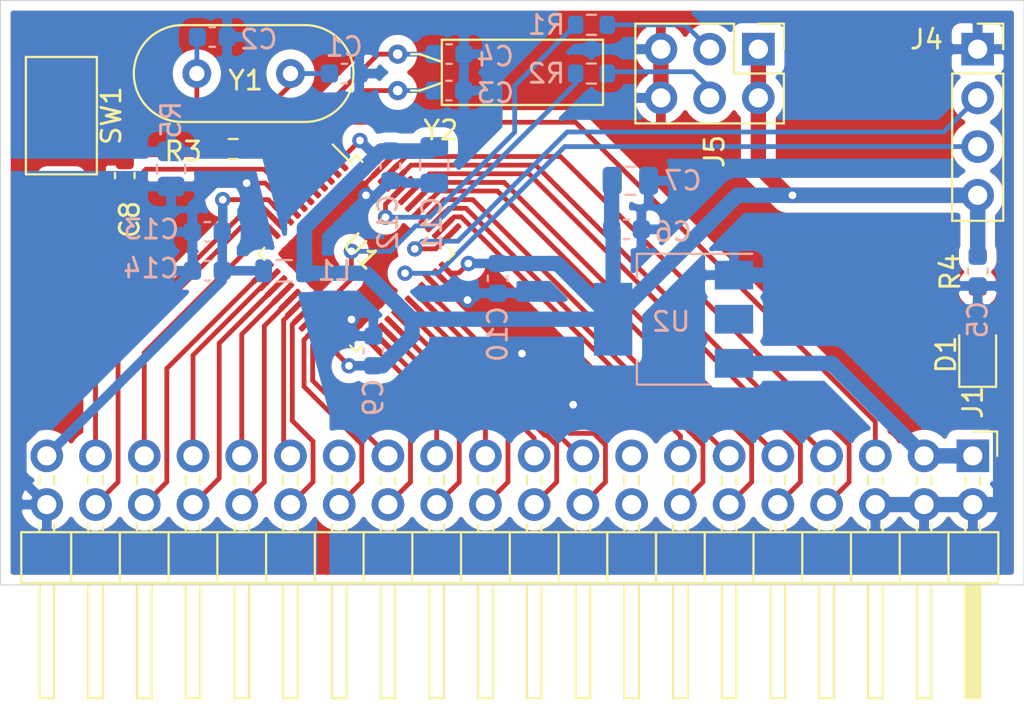
<source format=kicad_pcb>
(kicad_pcb (version 20171130) (host pcbnew 5.1.10)
  (layers (0 F.Cu signal) (31 B.Cu signal) (34 B.Paste user) (35 F.Paste user) (36 B.SilkS user) (37 F.SilkS user) (38 B.Mask user) (39 F.Mask user) (44 Edge.Cuts user))
  (net 0 "")
  (net 1 /RCC_OSC_IN)
  (net 2 GND)
  (net 3 "Net-(C2-Pad2)")
  (net 4 /RCC_OSC32_IN)
  (net 5 /RCC_OSC32_OUT)
  (net 6 +3V3)
  (net 7 RESET)
  (net 8 +3.3VA)
  (net 9 "Net-(D1-Pad2)")
  (net 10 /SYS_JTMS-SWDIO)
  (net 11 /SYS_JTCK-SWCL)
  (net 12 "Net-(J5-Pad4)")
  (net 13 "Net-(J5-Pad3)")
  (net 14 /BOOT0)
  (net 15 /BOOT1)
  (net 16 /RCC_OSC_OUT)
  (net 17 GNDA)
  (net 18 /PB9)
  (net 19 /PB8)
  (net 20 /PB7)
  (net 21 /PB6)
  (net 22 /PB5)
  (net 23 /PB4)
  (net 24 /PB3)
  (net 25 /PA15)
  (net 26 /PA12)
  (net 27 /PA11)
  (net 28 /PA10)
  (net 29 /PA9)
  (net 30 /PA8)
  (net 31 /PB15)
  (net 32 /PB14)
  (net 33 /PB13)
  (net 34 /PB12)
  (net 35 /PB11)
  (net 36 /PB10)
  (net 37 /PB1)
  (net 38 /PB0)
  (net 39 /PA7)
  (net 40 /PA6)
  (net 41 /PA5)
  (net 42 /PA4)
  (net 43 /PA3)
  (net 44 /PA2)
  (net 45 /PA1)
  (net 46 /PA0)
  (net 47 /PC13)
  (net 48 VCC)
  (net 49 /PB2)
  (net 50 /PF7)
  (net 51 /PF6)
  (module Resistor_SMD:R_0603_1608Metric (layer F.Cu) (at 115.634 113.157)
    (fp_text reference R3 (at -2.604 0.127) (layer F.SilkS))
    (fp_text value 390 hide)
    (pad 2 smd roundrect (at 0.825 0) (size 0.8 0.95) (layers F.Cu F.Paste F.Mask) (net 16 /RCC_OSC_OUT))
    (pad 1 smd roundrect (at -0.825 0) (size 0.8 0.95) (layers F.Cu F.Paste F.Mask) (net 3 "Net-(C2-Pad2)"))
  )
  (module Resistor_SMD:R_0805_2012Metric (layer B.Cu) (at 112.395 114.1965 270)
    (fp_text reference R5 (at -2.5635 0 90) (layer B.SilkS) (effects (justify mirror)))
    (fp_text value 0R hide)
    (pad 2 smd roundrect (at 0.9125 0 270) (size 1.025 1.4) (layers B.Cu B.Paste B.Mask) (roundrect_rratio 0.243902) (net 17 GNDA))
    (pad 1 smd roundrect (at -0.9125 0 270) (size 1.025 1.4) (layers B.Cu B.Paste B.Mask) (roundrect_rratio 0.243902) (net 2 GND))
  )
  (module Crystal:Crystal_C38-LF_D3.0mm_L8.0mm_Horizontal (layer F.Cu) (at 124.206 110.109 90)
    (fp_text reference Y2 (at -2.07 2.25) (layer F.SilkS))
    (fp_text value 32.768 hide)
    (pad 2 thru_hole circle (at 1.9 0 90) (size 1 1) (drill 0.5) (layers *.Cu *.Mask) (net 5 /RCC_OSC32_OUT))
    (pad 1 thru_hole circle (at 0 0 90) (size 1 1) (drill 0.5) (layers *.Cu *.Mask) (net 4 /RCC_OSC32_IN))
  )
  (module Crystal:Crystal_HC49-4H_Vertical (layer F.Cu) (at 118.618 109.22 180)
    (fp_text reference Y1 (at 2.334867 -0.35921) (layer F.SilkS))
    (fp_text value 8M hide)
    (pad 2 thru_hole circle (at 4.88 0 180) (size 1.5 1.5) (drill 0.8) (layers *.Cu *.Mask) (net 3 "Net-(C2-Pad2)"))
    (pad 1 thru_hole circle (at 0 0 180) (size 1.5 1.5) (drill 0.8) (layers *.Cu *.Mask) (net 1 /RCC_OSC_IN))
  )
  (module Package_TO_SOT_SMD:SOT-223-3_TabPin2 (layer B.Cu) (at 138.582 122.033 180)
    (fp_text reference U2 (at 0.127 -0.127) (layer B.SilkS) (effects (justify mirror)))
    (fp_text value AMS1117-3.3 hide)
    (pad 1 smd rect (at -3.15 2.3 180) (size 2 1.5) (layers B.Cu B.Paste B.Mask) (net 2 GND))
    (pad 3 smd rect (at -3.15 -2.3 180) (size 2 1.5) (layers B.Cu B.Paste B.Mask) (net 48 VCC))
    (pad 2 smd rect (at -3.15 0 180) (size 2 1.5) (layers B.Cu B.Paste B.Mask) (net 6 +3V3))
    (pad 2 smd rect (at 3.15 0 180) (size 2 3.8) (layers B.Cu B.Paste B.Mask) (net 6 +3V3))
  )
  (module Package_QFP:LQFP-48_7x7mm_P0.5mm (layer F.Cu) (at 122.047 118.618 315)
    (fp_text reference U1 (at 0.089803 -0.269408 135) (layer F.SilkS))
    (fp_text value STM32F103C6Tx hide)
    (pad 48 smd roundrect (at -2.75 -4.1625 315) (size 0.3 1.475) (layers F.Cu F.Paste F.Mask) (net 6 +3V3))
    (pad 47 smd roundrect (at -2.25 -4.1625 315) (size 0.3 1.475) (layers F.Cu F.Paste F.Mask) (net 2 GND))
    (pad 46 smd roundrect (at -1.75 -4.1625 315) (size 0.3 1.475) (layers F.Cu F.Paste F.Mask) (net 18 /PB9))
    (pad 45 smd roundrect (at -1.25 -4.1625 315) (size 0.3 1.475) (layers F.Cu F.Paste F.Mask) (net 19 /PB8))
    (pad 44 smd roundrect (at -0.75 -4.1625 315) (size 0.3 1.475) (layers F.Cu F.Paste F.Mask) (net 14 /BOOT0))
    (pad 43 smd roundrect (at -0.25 -4.1625 315) (size 0.3 1.475) (layers F.Cu F.Paste F.Mask) (net 20 /PB7))
    (pad 42 smd roundrect (at 0.25 -4.1625 315) (size 0.3 1.475) (layers F.Cu F.Paste F.Mask) (net 21 /PB6))
    (pad 41 smd roundrect (at 0.75 -4.1625 315) (size 0.3 1.475) (layers F.Cu F.Paste F.Mask) (net 22 /PB5))
    (pad 40 smd roundrect (at 1.25 -4.1625 315) (size 0.3 1.475) (layers F.Cu F.Paste F.Mask) (net 23 /PB4))
    (pad 39 smd roundrect (at 1.75 -4.1625 315) (size 0.3 1.475) (layers F.Cu F.Paste F.Mask) (net 24 /PB3))
    (pad 38 smd roundrect (at 2.25 -4.1625 315) (size 0.3 1.475) (layers F.Cu F.Paste F.Mask) (net 25 /PA15))
    (pad 37 smd roundrect (at 2.75 -4.1625 315) (size 0.3 1.475) (layers F.Cu F.Paste F.Mask) (net 11 /SYS_JTCK-SWCL))
    (pad 36 smd roundrect (at 4.1625 -2.75 315) (size 1.475 0.3) (layers F.Cu F.Paste F.Mask) (net 6 +3V3))
    (pad 35 smd roundrect (at 4.1625 -2.25 315) (size 1.475 0.3) (layers F.Cu F.Paste F.Mask) (net 2 GND))
    (pad 34 smd roundrect (at 4.1625 -1.75 315) (size 1.475 0.3) (layers F.Cu F.Paste F.Mask) (net 10 /SYS_JTMS-SWDIO))
    (pad 33 smd roundrect (at 4.1625 -1.25 315) (size 1.475 0.3) (layers F.Cu F.Paste F.Mask) (net 26 /PA12))
    (pad 32 smd roundrect (at 4.1625 -0.75 315) (size 1.475 0.3) (layers F.Cu F.Paste F.Mask) (net 27 /PA11))
    (pad 31 smd roundrect (at 4.1625 -0.25 315) (size 1.475 0.3) (layers F.Cu F.Paste F.Mask) (net 28 /PA10))
    (pad 30 smd roundrect (at 4.1625 0.25 315) (size 1.475 0.3) (layers F.Cu F.Paste F.Mask) (net 29 /PA9))
    (pad 29 smd roundrect (at 4.1625 0.75 315) (size 1.475 0.3) (layers F.Cu F.Paste F.Mask) (net 30 /PA8))
    (pad 28 smd roundrect (at 4.1625 1.25 315) (size 1.475 0.3) (layers F.Cu F.Paste F.Mask) (net 31 /PB15))
    (pad 27 smd roundrect (at 4.1625 1.75 315) (size 1.475 0.3) (layers F.Cu F.Paste F.Mask) (net 32 /PB14))
    (pad 26 smd roundrect (at 4.1625 2.25 315) (size 1.475 0.3) (layers F.Cu F.Paste F.Mask) (net 33 /PB13))
    (pad 25 smd roundrect (at 4.1625 2.75 315) (size 1.475 0.3) (layers F.Cu F.Paste F.Mask) (net 34 /PB12))
    (pad 24 smd roundrect (at 2.75 4.1625 315) (size 0.3 1.475) (layers F.Cu F.Paste F.Mask) (net 6 +3V3))
    (pad 23 smd roundrect (at 2.25 4.1625 315) (size 0.3 1.475) (layers F.Cu F.Paste F.Mask) (net 2 GND))
    (pad 22 smd roundrect (at 1.75 4.1625 315) (size 0.3 1.475) (layers F.Cu F.Paste F.Mask) (net 35 /PB11))
    (pad 21 smd roundrect (at 1.25 4.1625 315) (size 0.3 1.475) (layers F.Cu F.Paste F.Mask) (net 36 /PB10))
    (pad 20 smd roundrect (at 0.75 4.1625 315) (size 0.3 1.475) (layers F.Cu F.Paste F.Mask) (net 15 /BOOT1))
    (pad 19 smd roundrect (at 0.25 4.1625 315) (size 0.3 1.475) (layers F.Cu F.Paste F.Mask) (net 37 /PB1))
    (pad 18 smd roundrect (at -0.25 4.1625 315) (size 0.3 1.475) (layers F.Cu F.Paste F.Mask) (net 38 /PB0))
    (pad 17 smd roundrect (at -0.75 4.1625 315) (size 0.3 1.475) (layers F.Cu F.Paste F.Mask) (net 39 /PA7))
    (pad 16 smd roundrect (at -1.25 4.1625 315) (size 0.3 1.475) (layers F.Cu F.Paste F.Mask) (net 40 /PA6))
    (pad 15 smd roundrect (at -1.75 4.1625 315) (size 0.3 1.475) (layers F.Cu F.Paste F.Mask) (net 41 /PA5))
    (pad 14 smd roundrect (at -2.25 4.1625 315) (size 0.3 1.475) (layers F.Cu F.Paste F.Mask) (net 42 /PA4))
    (pad 13 smd roundrect (at -2.75 4.1625 315) (size 0.3 1.475) (layers F.Cu F.Paste F.Mask) (net 43 /PA3))
    (pad 12 smd roundrect (at -4.1625 2.75 315) (size 1.475 0.3) (layers F.Cu F.Paste F.Mask) (net 44 /PA2))
    (pad 11 smd roundrect (at -4.1625 2.25 315) (size 1.475 0.3) (layers F.Cu F.Paste F.Mask) (net 45 /PA1))
    (pad 10 smd roundrect (at -4.1625 1.75 315) (size 1.475 0.3) (layers F.Cu F.Paste F.Mask) (net 46 /PA0))
    (pad 9 smd roundrect (at -4.1625 1.25 315) (size 1.475 0.3) (layers F.Cu F.Paste F.Mask) (net 8 +3.3VA))
    (pad 8 smd roundrect (at -4.1625 0.75 315) (size 1.475 0.3) (layers F.Cu F.Paste F.Mask) (net 17 GNDA))
    (pad 7 smd roundrect (at -4.1625 0.25 315) (size 1.475 0.3) (layers F.Cu F.Paste F.Mask) (net 7 RESET))
    (pad 6 smd roundrect (at -4.1625 -0.25 315) (size 1.475 0.3) (layers F.Cu F.Paste F.Mask) (net 16 /RCC_OSC_OUT))
    (pad 5 smd roundrect (at -4.1625 -0.75 315) (size 1.475 0.3) (layers F.Cu F.Paste F.Mask) (net 1 /RCC_OSC_IN))
    (pad 4 smd roundrect (at -4.1625 -1.25 315) (size 1.475 0.3) (layers F.Cu F.Paste F.Mask) (net 5 /RCC_OSC32_OUT))
    (pad 3 smd roundrect (at -4.1625 -1.75 315) (size 1.475 0.3) (layers F.Cu F.Paste F.Mask) (net 4 /RCC_OSC32_IN))
    (pad 2 smd roundrect (at -4.1625 -2.25 315) (size 1.475 0.3) (layers F.Cu F.Paste F.Mask) (net 47 /PC13))
    (pad 1 smd roundrect (at -4.1625 -2.75 315) (size 1.475 0.3) (layers F.Cu F.Paste F.Mask) (net 6 +3V3))
  )
  (module Button_Switch_SMD:SW_SPST_CK_RS282G05A3 (layer F.Cu) (at 106.68 111.416 270)
    (fp_text reference SW1 (at 0 -2.6 90) (layer F.SilkS))
    (fp_text value SW_Push hide)
    (pad 2 smd rect (at 3.9 0 270) (size 1.5 1.5) (layers F.Cu F.Paste F.Mask) (net 7 RESET))
    (pad 1 smd rect (at -3.9 0 270) (size 1.5 1.5) (layers F.Cu F.Paste F.Mask) (net 2 GND))
  )
  (module Resistor_SMD:R_0603_1608Metric (layer F.Cu) (at 154.432 119.571 90)
    (fp_text reference R4 (at 0 -1.43 90) (layer F.SilkS))
    (fp_text value 510R hide)
    (pad 2 smd roundrect (at 0.825 0 90) (size 0.8 0.95) (layers F.Cu F.Paste F.Mask) (net 6 +3V3))
    (pad 1 smd roundrect (at -0.825 0 90) (size 0.8 0.95) (layers F.Cu F.Paste F.Mask) (net 9 "Net-(D1-Pad2)"))
  )
  (module Resistor_SMD:R_0603_1608Metric (layer B.Cu) (at 134.303 109.22)
    (fp_text reference R2 (at -2.349 0 180) (layer B.SilkS) (effects (justify mirror)))
    (fp_text value 10K hide)
    (pad 2 smd roundrect (at 0.825 0) (size 0.8 0.95) (layers B.Cu B.Paste B.Mask) (net 12 "Net-(J5-Pad4)"))
    (pad 1 smd roundrect (at -0.825 0) (size 0.8 0.95) (layers B.Cu B.Paste B.Mask) (net 15 /BOOT1))
  )
  (module Resistor_SMD:R_0603_1608Metric (layer B.Cu) (at 134.303 106.68 180)
    (fp_text reference R1 (at 2.349 0) (layer B.SilkS) (effects (justify mirror)))
    (fp_text value 10K hide)
    (pad 2 smd roundrect (at 0.825 0 180) (size 0.8 0.95) (layers B.Cu B.Paste B.Mask) (net 14 /BOOT0))
    (pad 1 smd roundrect (at -0.825 0 180) (size 0.8 0.95) (layers B.Cu B.Paste B.Mask) (net 13 "Net-(J5-Pad3)"))
  )
  (module Inductor_SMD:L_0805_2012Metric (layer B.Cu) (at 118.2835 119.507 180)
    (fp_text reference L1 (at -2.6205 0) (layer B.SilkS) (effects (justify mirror)))
    (fp_text value 10uH hide)
    (pad 2 smd roundrect (at 1.0625 0 180) (size 0.875 1.2) (layers B.Cu B.Paste B.Mask) (net 8 +3.3VA))
    (pad 1 smd roundrect (at -1.0625 0 180) (size 0.875 1.2) (layers B.Cu B.Paste B.Mask) (net 6 +3V3))
  )
  (module Connector_PinHeader_2.54mm:PinHeader_2x03_P2.54mm_Vertical (layer F.Cu) (at 143.002 107.95 270)
    (fp_text reference J5 (at 5.334 2.286 90) (layer F.SilkS))
    (fp_text value Conn_02x03_Odd_Even hide)
    (pad 6 thru_hole oval (at 2.54 5.08 270) (size 1.7 1.7) (drill 1) (layers *.Cu *.Mask) (net 2 GND))
    (pad 5 thru_hole oval (at 0 5.08 270) (size 1.7 1.7) (drill 1) (layers *.Cu *.Mask) (net 2 GND))
    (pad 4 thru_hole oval (at 2.54 2.54 270) (size 1.7 1.7) (drill 1) (layers *.Cu *.Mask) (net 12 "Net-(J5-Pad4)"))
    (pad 3 thru_hole oval (at 0 2.54 270) (size 1.7 1.7) (drill 1) (layers *.Cu *.Mask) (net 13 "Net-(J5-Pad3)"))
    (pad 2 thru_hole oval (at 2.54 0 270) (size 1.7 1.7) (drill 1) (layers *.Cu *.Mask) (net 6 +3V3))
    (pad 1 thru_hole rect (at 0 0 270) (size 1.7 1.7) (drill 1) (layers *.Cu *.Mask) (net 6 +3V3))
  )
  (module Connector_PinSocket_2.54mm:PinSocket_1x04_P2.54mm_Vertical (layer F.Cu) (at 154.432 107.95)
    (fp_text reference J4 (at -2.667 -0.508) (layer F.SilkS))
    (fp_text value Conn_01x04 hide)
    (pad 4 thru_hole oval (at 0 7.62) (size 1.7 1.7) (drill 1) (layers *.Cu *.Mask) (net 6 +3V3))
    (pad 3 thru_hole oval (at 0 5.08) (size 1.7 1.7) (drill 1) (layers *.Cu *.Mask) (net 10 /SYS_JTMS-SWDIO))
    (pad 2 thru_hole oval (at 0 2.54) (size 1.7 1.7) (drill 1) (layers *.Cu *.Mask) (net 11 /SYS_JTCK-SWCL))
    (pad 1 thru_hole rect (at 0 0) (size 1.7 1.7) (drill 1) (layers *.Cu *.Mask) (net 2 GND))
  )
  (module Connector_PinHeader_2.54mm:PinHeader_2x20_P2.54mm_Horizontal (layer F.Cu) (at 154.178 129.159 270)
    (fp_text reference J1 (at -2.794 0 90) (layer F.SilkS))
    (fp_text value Conn_02x20_Odd_Even hide)
    (pad 40 thru_hole oval (at 2.54 48.26 270) (size 1.7 1.7) (drill 1) (layers *.Cu *.Mask) (net 17 GNDA))
    (pad 39 thru_hole oval (at 0 48.26 270) (size 1.7 1.7) (drill 1) (layers *.Cu *.Mask) (net 8 +3.3VA))
    (pad 38 thru_hole oval (at 2.54 45.72 270) (size 1.7 1.7) (drill 1) (layers *.Cu *.Mask) (net 45 /PA1))
    (pad 37 thru_hole oval (at 0 45.72 270) (size 1.7 1.7) (drill 1) (layers *.Cu *.Mask) (net 46 /PA0))
    (pad 36 thru_hole oval (at 2.54 43.18 270) (size 1.7 1.7) (drill 1) (layers *.Cu *.Mask) (net 43 /PA3))
    (pad 35 thru_hole oval (at 0 43.18 270) (size 1.7 1.7) (drill 1) (layers *.Cu *.Mask) (net 44 /PA2))
    (pad 34 thru_hole oval (at 2.54 40.64 270) (size 1.7 1.7) (drill 1) (layers *.Cu *.Mask) (net 41 /PA5))
    (pad 33 thru_hole oval (at 0 40.64 270) (size 1.7 1.7) (drill 1) (layers *.Cu *.Mask) (net 42 /PA4))
    (pad 32 thru_hole oval (at 2.54 38.1 270) (size 1.7 1.7) (drill 1) (layers *.Cu *.Mask) (net 39 /PA7))
    (pad 31 thru_hole oval (at 0 38.1 270) (size 1.7 1.7) (drill 1) (layers *.Cu *.Mask) (net 40 /PA6))
    (pad 30 thru_hole oval (at 2.54 35.56 270) (size 1.7 1.7) (drill 1) (layers *.Cu *.Mask) (net 37 /PB1))
    (pad 29 thru_hole oval (at 0 35.56 270) (size 1.7 1.7) (drill 1) (layers *.Cu *.Mask) (net 38 /PB0))
    (pad 28 thru_hole oval (at 2.54 33.02 270) (size 1.7 1.7) (drill 1) (layers *.Cu *.Mask) (net 36 /PB10))
    (pad 27 thru_hole oval (at 0 33.02 270) (size 1.7 1.7) (drill 1) (layers *.Cu *.Mask) (net 49 /PB2))
    (pad 26 thru_hole oval (at 2.54 30.48 270) (size 1.7 1.7) (drill 1) (layers *.Cu *.Mask) (net 34 /PB12))
    (pad 25 thru_hole oval (at 0 30.48 270) (size 1.7 1.7) (drill 1) (layers *.Cu *.Mask) (net 35 /PB11))
    (pad 24 thru_hole oval (at 2.54 27.94 270) (size 1.7 1.7) (drill 1) (layers *.Cu *.Mask) (net 32 /PB14))
    (pad 23 thru_hole oval (at 0 27.94 270) (size 1.7 1.7) (drill 1) (layers *.Cu *.Mask) (net 33 /PB13))
    (pad 22 thru_hole oval (at 2.54 25.4 270) (size 1.7 1.7) (drill 1) (layers *.Cu *.Mask) (net 30 /PA8))
    (pad 21 thru_hole oval (at 0 25.4 270) (size 1.7 1.7) (drill 1) (layers *.Cu *.Mask) (net 31 /PB15))
    (pad 20 thru_hole oval (at 2.54 22.86 270) (size 1.7 1.7) (drill 1) (layers *.Cu *.Mask) (net 28 /PA10))
    (pad 19 thru_hole oval (at 0 22.86 270) (size 1.7 1.7) (drill 1) (layers *.Cu *.Mask) (net 29 /PA9))
    (pad 18 thru_hole oval (at 2.54 20.32 270) (size 1.7 1.7) (drill 1) (layers *.Cu *.Mask) (net 26 /PA12))
    (pad 17 thru_hole oval (at 0 20.32 270) (size 1.7 1.7) (drill 1) (layers *.Cu *.Mask) (net 27 /PA11))
    (pad 16 thru_hole oval (at 2.54 17.78 270) (size 1.7 1.7) (drill 1) (layers *.Cu *.Mask) (net 50 /PF7))
    (pad 15 thru_hole oval (at 0 17.78 270) (size 1.7 1.7) (drill 1) (layers *.Cu *.Mask) (net 51 /PF6))
    (pad 14 thru_hole oval (at 2.54 15.24 270) (size 1.7 1.7) (drill 1) (layers *.Cu *.Mask) (net 24 /PB3))
    (pad 13 thru_hole oval (at 0 15.24 270) (size 1.7 1.7) (drill 1) (layers *.Cu *.Mask) (net 25 /PA15))
    (pad 12 thru_hole oval (at 2.54 12.7 270) (size 1.7 1.7) (drill 1) (layers *.Cu *.Mask) (net 22 /PB5))
    (pad 11 thru_hole oval (at 0 12.7 270) (size 1.7 1.7) (drill 1) (layers *.Cu *.Mask) (net 23 /PB4))
    (pad 10 thru_hole oval (at 2.54 10.16 270) (size 1.7 1.7) (drill 1) (layers *.Cu *.Mask) (net 20 /PB7))
    (pad 9 thru_hole oval (at 0 10.16 270) (size 1.7 1.7) (drill 1) (layers *.Cu *.Mask) (net 21 /PB6))
    (pad 8 thru_hole oval (at 2.54 7.62 270) (size 1.7 1.7) (drill 1) (layers *.Cu *.Mask) (net 18 /PB9))
    (pad 7 thru_hole oval (at 0 7.62 270) (size 1.7 1.7) (drill 1) (layers *.Cu *.Mask) (net 19 /PB8))
    (pad 6 thru_hole oval (at 2.54 5.08 270) (size 1.7 1.7) (drill 1) (layers *.Cu *.Mask) (net 2 GND))
    (pad 5 thru_hole oval (at 0 5.08 270) (size 1.7 1.7) (drill 1) (layers *.Cu *.Mask) (net 47 /PC13))
    (pad 4 thru_hole oval (at 2.54 2.54 270) (size 1.7 1.7) (drill 1) (layers *.Cu *.Mask) (net 2 GND))
    (pad 3 thru_hole oval (at 0 2.54 270) (size 1.7 1.7) (drill 1) (layers *.Cu *.Mask) (net 48 VCC))
    (pad 2 thru_hole oval (at 2.54 0 270) (size 1.7 1.7) (drill 1) (layers *.Cu *.Mask) (net 2 GND))
    (pad 1 thru_hole rect (at 0 0 270) (size 1.7 1.7) (drill 1) (layers *.Cu *.Mask) (net 48 VCC))
  )
  (module LED_SMD:LED_0805_2012Metric (layer F.Cu) (at 154.432 123.8735 90)
    (fp_text reference D1 (at 0 -1.65 90) (layer F.SilkS))
    (fp_text value LED hide)
    (pad 2 smd roundrect (at 0.9375 0 90) (size 0.975 1.4) (layers F.Cu F.Paste F.Mask) (net 9 "Net-(D1-Pad2)"))
    (pad 1 smd roundrect (at -0.9375 0 90) (size 0.975 1.4) (layers F.Cu F.Paste F.Mask) (net 2 GND))
  )
  (module Capacitor_SMD:C_0603_1608Metric (layer B.Cu) (at 114.287 119.507 180)
    (fp_text reference C14 (at 2.934 0.127) (layer B.SilkS) (effects (justify mirror)))
    (fp_text value 10nF hide)
    (pad 2 smd roundrect (at 0.775 0 180) (size 0.9 0.95) (layers B.Cu B.Paste B.Mask) (net 17 GNDA))
    (pad 1 smd roundrect (at -0.775 0 180) (size 0.9 0.95) (layers B.Cu B.Paste B.Mask) (net 8 +3.3VA))
  )
  (module Capacitor_SMD:C_0603_1608Metric (layer B.Cu) (at 114.287 117.475 180)
    (fp_text reference C13 (at 2.921 0.127) (layer B.SilkS) (effects (justify mirror)))
    (fp_text value 1uF hide)
    (pad 2 smd roundrect (at 0.775 0 180) (size 0.9 0.95) (layers B.Cu B.Paste B.Mask) (net 17 GNDA))
    (pad 1 smd roundrect (at -0.775 0 180) (size 0.9 0.95) (layers B.Cu B.Paste B.Mask) (net 8 +3.3VA))
  )
  (module Capacitor_SMD:C_0603_1608Metric (layer B.Cu) (at 123.825 114.033 270)
    (fp_text reference C12 (at 2.934 0.127 90) (layer B.SilkS) (effects (justify mirror)))
    (fp_text value 100nF hide)
    (pad 2 smd roundrect (at 0.775 0 270) (size 0.9 0.95) (layers B.Cu B.Paste B.Mask) (net 2 GND))
    (pad 1 smd roundrect (at -0.775 0 270) (size 0.9 0.95) (layers B.Cu B.Paste B.Mask) (net 6 +3V3))
  )
  (module Capacitor_SMD:C_0805_2012Metric (layer B.Cu) (at 126.111 113.985 270)
    (fp_text reference C11 (at 3.109 0.127 90) (layer B.SilkS) (effects (justify mirror)))
    (fp_text value 4.7uF hide)
    (pad 2 smd roundrect (at 0.95 0 270) (size 1 1.45) (layers B.Cu B.Paste B.Mask) (net 2 GND))
    (pad 1 smd roundrect (at -0.95 0 270) (size 1 1.45) (layers B.Cu B.Paste B.Mask) (net 6 +3V3))
  )
  (module Capacitor_SMD:C_0603_1608Metric (layer B.Cu) (at 129.413 119.901 270)
    (fp_text reference C10 (at 2.908 0 90) (layer B.SilkS) (effects (justify mirror)))
    (fp_text value 100nF hide)
    (pad 2 smd roundrect (at 0.775 0 270) (size 0.9 0.95) (layers B.Cu B.Paste B.Mask) (net 2 GND))
    (pad 1 smd roundrect (at -0.775 0 270) (size 0.9 0.95) (layers B.Cu B.Paste B.Mask) (net 6 +3V3))
  )
  (module Capacitor_SMD:C_0603_1608Metric (layer B.Cu) (at 122.936 123.685 90)
    (fp_text reference C9 (at -2.426 0 90) (layer B.SilkS) (effects (justify mirror)))
    (fp_text value 100nF hide)
    (pad 2 smd roundrect (at 0.775 0 90) (size 0.9 0.95) (layers B.Cu B.Paste B.Mask) (net 2 GND))
    (pad 1 smd roundrect (at -0.775 0 90) (size 0.9 0.95) (layers B.Cu B.Paste B.Mask) (net 6 +3V3))
  )
  (module Capacitor_SMD:C_0603_1608Metric (layer F.Cu) (at 109.982 114.541 90)
    (fp_text reference C8 (at -2.299 0.254 90) (layer F.SilkS))
    (fp_text value 10pF hide)
    (pad 2 smd roundrect (at 0.775 0 90) (size 0.9 0.95) (layers F.Cu F.Paste F.Mask) (net 2 GND))
    (pad 1 smd roundrect (at -0.775 0 90) (size 0.9 0.95) (layers F.Cu F.Paste F.Mask) (net 7 RESET))
  )
  (module Capacitor_SMD:C_0603_1608Metric (layer B.Cu) (at 136.131 117.348)
    (fp_text reference C7 (at 2.934 -2.54) (layer B.SilkS) (effects (justify mirror)))
    (fp_text value 100nF hide)
    (pad 2 smd roundrect (at 0.775 0) (size 0.9 0.95) (layers B.Cu B.Paste B.Mask) (net 2 GND))
    (pad 1 smd roundrect (at -0.775 0) (size 0.9 0.95) (layers B.Cu B.Paste B.Mask) (net 6 +3V3))
  )
  (module Capacitor_SMD:C_0805_2012Metric (layer B.Cu) (at 136.337 114.808)
    (fp_text reference C6 (at 2.22 2.667) (layer B.SilkS) (effects (justify mirror)))
    (fp_text value 10uF hide)
    (pad 2 smd roundrect (at 0.95 0) (size 1 1.45) (layers B.Cu B.Paste B.Mask) (net 2 GND))
    (pad 1 smd roundrect (at -0.95 0) (size 1 1.45) (layers B.Cu B.Paste B.Mask) (net 6 +3V3))
  )
  (module Capacitor_SMD:C_0603_1608Metric (layer B.Cu) (at 154.432 119.52 270)
    (fp_text reference C5 (at 2.54 0 90) (layer B.SilkS) (effects (justify mirror)))
    (fp_text value 100nF hide)
    (pad 2 smd roundrect (at 0.775 0 270) (size 0.9 0.95) (layers B.Cu B.Paste B.Mask) (net 2 GND))
    (pad 1 smd roundrect (at -0.775 0 270) (size 0.9 0.95) (layers B.Cu B.Paste B.Mask) (net 6 +3V3))
  )
  (module Capacitor_SMD:C_0603_1608Metric (layer B.Cu) (at 126.886 108.204 180)
    (fp_text reference C4 (at -2.4 -0.127) (layer B.SilkS) (effects (justify mirror)))
    (fp_text value 10pF hide)
    (pad 2 smd roundrect (at 0.775 0 180) (size 0.9 0.95) (layers B.Cu B.Paste B.Mask) (net 5 /RCC_OSC32_OUT))
    (pad 1 smd roundrect (at -0.775 0 180) (size 0.9 0.95) (layers B.Cu B.Paste B.Mask) (net 2 GND))
  )
  (module Capacitor_SMD:C_0603_1608Metric (layer B.Cu) (at 126.873 110.109 180)
    (fp_text reference C3 (at -2.426 -0.127) (layer B.SilkS) (effects (justify mirror)))
    (fp_text value 10pF hide)
    (pad 2 smd roundrect (at 0.775 0 180) (size 0.9 0.95) (layers B.Cu B.Paste B.Mask) (net 4 /RCC_OSC32_IN))
    (pad 1 smd roundrect (at -0.775 0 180) (size 0.9 0.95) (layers B.Cu B.Paste B.Mask) (net 2 GND))
  )
  (module Capacitor_SMD:C_0603_1608Metric (layer B.Cu) (at 114.541 107.315 180)
    (fp_text reference C2 (at -2.426 -0.127) (layer B.SilkS) (effects (justify mirror)))
    (fp_text value 20pF hide)
    (pad 2 smd roundrect (at 0.775 0 180) (size 0.9 0.95) (layers B.Cu B.Paste B.Mask) (net 3 "Net-(C2-Pad2)"))
    (pad 1 smd roundrect (at -0.775 0 180) (size 0.9 0.95) (layers B.Cu B.Paste B.Mask) (net 2 GND))
  )
  (module Capacitor_SMD:C_0603_1608Metric (layer B.Cu) (at 121.425 109.22 180)
    (fp_text reference C1 (at 0.013 1.397) (layer B.SilkS) (effects (justify mirror)))
    (fp_text value 20pF hide)
    (pad 2 smd roundrect (at 0.775 0 180) (size 0.9 0.95) (layers B.Cu B.Paste B.Mask) (net 1 /RCC_OSC_IN))
    (pad 1 smd roundrect (at -0.775 0 180) (size 0.9 0.95) (layers B.Cu B.Paste B.Mask) (net 2 GND))
  )
  (gr_line (start 156.845 105.41) (end 156.845 135.89) (layer Edge.Cuts) (width 0.05))
  (gr_line (start 103.505 105.41) (end 103.505 135.89) (layer Edge.Cuts) (width 0.05))
  (gr_line (start 156.845 105.41) (end 103.505 105.41) (layer Edge.Cuts) (width 0.05))
  (gr_line (start 103.505 135.89) (end 156.845 135.89) (layer Edge.Cuts) (width 0.05))
  (segment (start 119.633998 115.144338) (end 117.51966 113.03) (width 0.25) (layer F.Cu) (net 1))
  (segment (start 117.51966 113.03) (end 117.51966 110.91566) (width 0.25) (layer F.Cu) (net 1))
  (segment (start 118.618 109.81732) (end 118.618 109.22) (width 0.25) (layer F.Cu) (net 1))
  (segment (start 117.51966 110.91566) (end 118.618 109.81732) (width 0.25) (layer F.Cu) (net 1))
  (segment (start 118.618 109.22) (end 120.65 109.22) (width 0.25) (layer B.Cu) (net 1))
  (segment (start 120.694658 123.152322) (end 121.79998 122.047) (width 0.25) (layer F.Cu) (net 2))
  (segment (start 121.79998 122.047) (end 121.79998 122.047) (width 0.25) (layer F.Cu) (net 2))
  (via (at 121.79998 122.047) (size 0.8) (drill 0.4) (layers F.Cu B.Cu) (net 2))
  (segment (start 127.889 121.285) (end 127.889 121.285) (width 0.25) (layer F.Cu) (net 2))
  (segment (start 121.79998 122.047) (end 121.79998 122.56198) (width 0.5) (layer B.Cu) (net 2))
  (segment (start 122.148 122.91) (end 122.936 122.91) (width 0.5) (layer B.Cu) (net 2))
  (segment (start 121.79998 122.56198) (end 122.148 122.91) (width 0.5) (layer B.Cu) (net 2))
  (segment (start 123.399342 114.083678) (end 122.555 114.92802) (width 0.25) (layer F.Cu) (net 2))
  (segment (start 122.555 114.92802) (end 122.555 115.57) (width 0.25) (layer F.Cu) (net 2))
  (segment (start 122.555 115.57) (end 122.555 115.57) (width 0.25) (layer F.Cu) (net 2))
  (via (at 122.555 115.57) (size 0.8) (drill 0.4) (layers F.Cu B.Cu) (net 2))
  (segment (start 123.063 115.57) (end 123.825 114.808) (width 0.5) (layer B.Cu) (net 2))
  (segment (start 122.555 115.57) (end 123.063 115.57) (width 0.5) (layer B.Cu) (net 2))
  (segment (start 123.825 114.808) (end 124.46 114.808) (width 0.5) (layer B.Cu) (net 2))
  (segment (start 124.587 114.935) (end 126.111 114.935) (width 0.5) (layer B.Cu) (net 2))
  (segment (start 124.46 114.808) (end 124.587 114.935) (width 0.5) (layer B.Cu) (net 2))
  (via (at 127.844758 121.03299) (size 0.8) (drill 0.4) (layers F.Cu B.Cu) (net 2))
  (segment (start 126.581322 119.970342) (end 127.64397 121.03299) (width 0.25) (layer F.Cu) (net 2))
  (segment (start 127.64397 121.03299) (end 127.844758 121.03299) (width 0.25) (layer F.Cu) (net 2))
  (segment (start 129.413 120.676) (end 128.201748 120.676) (width 0.5) (layer B.Cu) (net 2))
  (segment (start 128.201748 120.676) (end 127.844758 121.03299) (width 0.5) (layer B.Cu) (net 2))
  (segment (start 155.380081 131.699) (end 154.178 131.699) (width 0.8) (layer B.Cu) (net 2))
  (segment (start 155.628001 131.45108) (end 155.380081 131.699) (width 0.8) (layer B.Cu) (net 2))
  (segment (start 147.532002 119.733) (end 155.628001 127.828999) (width 0.8) (layer B.Cu) (net 2))
  (segment (start 155.628001 127.828999) (end 155.628001 131.45108) (width 0.8) (layer B.Cu) (net 2))
  (segment (start 141.732 119.733) (end 147.532002 119.733) (width 0.8) (layer B.Cu) (net 2))
  (segment (start 154.178 131.699) (end 151.638 131.699) (width 0.8) (layer B.Cu) (net 2))
  (segment (start 151.638 131.699) (end 149.098 131.699) (width 0.8) (layer B.Cu) (net 2))
  (segment (start 137.922 107.95) (end 137.922 110.49) (width 0.8) (layer F.Cu) (net 2))
  (via (at 130.683 123.825) (size 0.8) (drill 0.4) (layers F.Cu B.Cu) (net 2))
  (via (at 133.35 126.492) (size 0.8) (drill 0.4) (layers F.Cu B.Cu) (net 2))
  (segment (start 114.809 113.157) (end 114.809 111.888) (width 0.25) (layer F.Cu) (net 3))
  (segment (start 113.738 110.817) (end 113.738 109.22) (width 0.25) (layer F.Cu) (net 3))
  (segment (start 114.809 111.888) (end 113.738 110.817) (width 0.25) (layer F.Cu) (net 3))
  (segment (start 113.738 107.343) (end 113.766 107.315) (width 0.25) (layer B.Cu) (net 3))
  (segment (start 113.738 109.22) (end 113.738 107.343) (width 0.25) (layer B.Cu) (net 3))
  (segment (start 119.6767 112.962607) (end 122.530307 110.109) (width 0.25) (layer F.Cu) (net 4))
  (segment (start 122.530307 110.109) (end 124.206 110.109) (width 0.25) (layer F.Cu) (net 4))
  (segment (start 119.6767 113.772826) (end 119.6767 112.962607) (width 0.25) (layer F.Cu) (net 4))
  (segment (start 120.341105 114.437231) (end 119.6767 113.772826) (width 0.25) (layer F.Cu) (net 4))
  (segment (start 124.206 110.109) (end 126.098 110.109) (width 0.25) (layer B.Cu) (net 4))
  (segment (start 119.226691 114.029924) (end 119.226691 112.167309) (width 0.25) (layer F.Cu) (net 5))
  (segment (start 119.987551 114.790785) (end 119.226691 114.029924) (width 0.25) (layer F.Cu) (net 5))
  (segment (start 123.185 108.209) (end 124.206 108.209) (width 0.25) (layer F.Cu) (net 5))
  (segment (start 119.226691 112.167309) (end 123.185 108.209) (width 0.25) (layer F.Cu) (net 5))
  (segment (start 126.106 108.209) (end 126.111 108.204) (width 0.25) (layer B.Cu) (net 5))
  (segment (start 124.206 108.209) (end 126.106 108.209) (width 0.25) (layer B.Cu) (net 5))
  (segment (start 121.048212 123.505876) (end 121.048212 123.842212) (width 0.25) (layer F.Cu) (net 6))
  (segment (start 121.048212 123.842212) (end 121.666 124.46) (width 0.25) (layer F.Cu) (net 6))
  (segment (start 121.666 124.46) (end 121.666 124.46) (width 0.25) (layer F.Cu) (net 6))
  (segment (start 121.666 124.46) (end 121.666 124.46) (width 0.25) (layer F.Cu) (net 6))
  (segment (start 121.666 124.46) (end 121.666 124.46) (width 0.25) (layer F.Cu) (net 6))
  (via (at 121.666 124.46) (size 0.8) (drill 0.4) (layers F.Cu B.Cu) (net 6))
  (segment (start 121.666 124.46) (end 123.063 124.46) (width 0.5) (layer B.Cu) (net 6))
  (segment (start 126.934876 119.616788) (end 127.398212 119.616788) (width 0.25) (layer F.Cu) (net 6))
  (segment (start 127.398212 119.616788) (end 127.889 119.126) (width 0.25) (layer F.Cu) (net 6))
  (segment (start 127.889 119.126) (end 127.889 119.126) (width 0.25) (layer F.Cu) (net 6))
  (via (at 127.889 119.126) (size 0.8) (drill 0.4) (layers F.Cu B.Cu) (net 6))
  (segment (start 127.889 119.126) (end 129.413 119.126) (width 0.5) (layer B.Cu) (net 6))
  (segment (start 123.045788 113.730124) (end 123.045788 113.393788) (width 0.25) (layer F.Cu) (net 6))
  (segment (start 123.045788 113.393788) (end 122.301 112.649) (width 0.25) (layer F.Cu) (net 6))
  (segment (start 122.301 112.649) (end 122.301 112.649) (width 0.25) (layer F.Cu) (net 6))
  (segment (start 121.219876 113.730124) (end 122.2375 112.7125) (width 0.25) (layer F.Cu) (net 6))
  (segment (start 121.048212 113.730124) (end 121.219876 113.730124) (width 0.25) (layer F.Cu) (net 6))
  (segment (start 122.301 112.649) (end 122.301 112.649) (width 0.25) (layer F.Cu) (net 6))
  (segment (start 122.2375 112.7125) (end 122.301 112.649) (width 0.25) (layer F.Cu) (net 6))
  (via (at 122.2375 112.7125) (size 0.8) (drill 0.4) (layers F.Cu B.Cu) (net 6))
  (segment (start 122.2375 112.7125) (end 122.809 113.284) (width 0.5) (layer B.Cu) (net 6))
  (segment (start 123.799 113.284) (end 123.825 113.258) (width 0.5) (layer B.Cu) (net 6))
  (segment (start 122.809 113.284) (end 123.799 113.284) (width 0.5) (layer B.Cu) (net 6))
  (segment (start 135.432 122.033) (end 124.954 122.033) (width 0.8) (layer B.Cu) (net 6))
  (segment (start 124.954 122.033) (end 122.555 119.634) (width 0.8) (layer B.Cu) (net 6))
  (segment (start 119.473 119.634) (end 119.346 119.507) (width 0.8) (layer B.Cu) (net 6))
  (segment (start 122.555 119.634) (end 119.473 119.634) (width 0.8) (layer B.Cu) (net 6))
  (segment (start 132.525 119.126) (end 129.413 119.126) (width 0.8) (layer B.Cu) (net 6))
  (segment (start 135.432 122.033) (end 132.525 119.126) (width 0.8) (layer B.Cu) (net 6))
  (segment (start 123.35 113.258) (end 123.825 113.258) (width 0.8) (layer B.Cu) (net 6))
  (segment (start 119.346 117.262) (end 123.35 113.258) (width 0.8) (layer B.Cu) (net 6))
  (segment (start 119.346 119.507) (end 119.346 117.262) (width 0.8) (layer B.Cu) (net 6))
  (segment (start 124.954 122.917) (end 123.411 124.46) (width 0.8) (layer B.Cu) (net 6))
  (segment (start 123.411 124.46) (end 122.936 124.46) (width 0.8) (layer B.Cu) (net 6))
  (segment (start 124.954 122.033) (end 124.954 122.917) (width 0.8) (layer B.Cu) (net 6))
  (segment (start 125.888 113.258) (end 126.111 113.035) (width 0.8) (layer B.Cu) (net 6))
  (segment (start 123.825 113.258) (end 125.888 113.258) (width 0.8) (layer B.Cu) (net 6))
  (segment (start 135.432 117.424) (end 135.356 117.348) (width 0.8) (layer B.Cu) (net 6))
  (segment (start 135.432 122.033) (end 135.432 117.424) (width 0.8) (layer B.Cu) (net 6))
  (segment (start 135.356 114.839) (end 135.387 114.808) (width 0.8) (layer B.Cu) (net 6))
  (segment (start 135.356 117.348) (end 135.356 114.839) (width 0.8) (layer B.Cu) (net 6))
  (segment (start 143.002 110.49) (end 143.002 107.95) (width 0.8) (layer F.Cu) (net 6))
  (segment (start 135.432 122.033) (end 141.895 115.57) (width 0.8) (layer B.Cu) (net 6))
  (segment (start 141.895 115.57) (end 144.145 115.57) (width 0.8) (layer B.Cu) (net 6))
  (segment (start 154.432 115.57) (end 154.432 118.745) (width 0.8) (layer B.Cu) (net 6))
  (segment (start 154.432 115.57) (end 144.526 115.57) (width 0.8) (layer F.Cu) (net 6))
  (segment (start 143.002 114.046) (end 143.002 110.49) (width 0.8) (layer F.Cu) (net 6))
  (segment (start 144.526 115.57) (end 143.002 114.046) (width 0.8) (layer F.Cu) (net 6))
  (segment (start 154.432 118.746) (end 154.432 115.57) (width 0.8) (layer F.Cu) (net 6))
  (segment (start 144.145 115.57) (end 154.432 115.57) (width 0.8) (layer B.Cu) (net 6))
  (via (at 144.78 115.57) (size 0.8) (drill 0.4) (layers F.Cu B.Cu) (net 6))
  (segment (start 111.088001 114.209999) (end 109.982 115.316) (width 0.25) (layer F.Cu) (net 7))
  (segment (start 117.250105 114.209999) (end 111.088001 114.209999) (width 0.25) (layer F.Cu) (net 7))
  (segment (start 118.891551 115.851445) (end 117.250105 114.209999) (width 0.25) (layer F.Cu) (net 7))
  (segment (start 118.926891 115.851445) (end 118.891551 115.851445) (width 0.25) (layer F.Cu) (net 7))
  (segment (start 109.982 115.316) (end 106.68 115.316) (width 0.25) (layer F.Cu) (net 7))
  (segment (start 117.458924 115.797691) (end 115.088309 115.797691) (width 0.25) (layer F.Cu) (net 8))
  (segment (start 118.219785 116.558551) (end 117.458924 115.797691) (width 0.25) (layer F.Cu) (net 8))
  (segment (start 115.088309 115.797691) (end 115.088309 115.797691) (width 0.25) (layer F.Cu) (net 8))
  (via (at 115.088309 115.797691) (size 0.8) (drill 0.4) (layers F.Cu B.Cu) (net 8))
  (segment (start 115.088309 117.448691) (end 115.062 117.475) (width 0.5) (layer B.Cu) (net 8))
  (segment (start 115.088309 115.797691) (end 115.088309 117.448691) (width 0.5) (layer B.Cu) (net 8))
  (segment (start 115.062 117.475) (end 115.062 119.507) (width 0.5) (layer B.Cu) (net 8))
  (segment (start 115.062 119.507) (end 117.221 119.507) (width 0.5) (layer B.Cu) (net 8))
  (segment (start 115.062 120.015) (end 105.918 129.159) (width 0.5) (layer B.Cu) (net 8))
  (segment (start 115.062 119.507) (end 115.062 120.015) (width 0.5) (layer B.Cu) (net 8))
  (segment (start 154.432 122.936) (end 154.432 120.396) (width 0.25) (layer F.Cu) (net 9))
  (segment (start 126.227769 120.323895) (end 125.537874 119.634) (width 0.25) (layer F.Cu) (net 10))
  (segment (start 125.537874 119.634) (end 124.587 119.634) (width 0.25) (layer F.Cu) (net 10))
  (segment (start 124.587 119.634) (end 124.587 119.634) (width 0.25) (layer F.Cu) (net 10))
  (via (at 124.587 119.634) (size 0.8) (drill 0.4) (layers F.Cu B.Cu) (net 10))
  (segment (start 126.307998 119.634) (end 132.911998 113.03) (width 0.25) (layer B.Cu) (net 10))
  (segment (start 124.587 119.634) (end 126.307998 119.634) (width 0.25) (layer B.Cu) (net 10))
  (segment (start 149.86 113.03) (end 154.432 113.03) (width 0.25) (layer B.Cu) (net 10))
  (segment (start 132.911998 113.03) (end 149.86 113.03) (width 0.25) (layer B.Cu) (net 10))
  (segment (start 126.934876 117.619212) (end 126.190088 118.364) (width 0.25) (layer F.Cu) (net 11))
  (segment (start 126.190088 118.364) (end 125.095 118.364) (width 0.25) (layer F.Cu) (net 11))
  (segment (start 125.095 118.364) (end 125.095 118.364) (width 0.25) (layer F.Cu) (net 11))
  (via (at 125.095 118.364) (size 0.8) (drill 0.4) (layers F.Cu B.Cu) (net 11))
  (segment (start 127.341587 117.964001) (end 133.037588 112.268) (width 0.25) (layer B.Cu) (net 11))
  (segment (start 125.494999 117.964001) (end 127.341587 117.964001) (width 0.25) (layer B.Cu) (net 11))
  (segment (start 125.095 118.364) (end 125.494999 117.964001) (width 0.25) (layer B.Cu) (net 11))
  (segment (start 152.654 112.268) (end 154.432 110.49) (width 0.25) (layer B.Cu) (net 11))
  (segment (start 133.037588 112.268) (end 152.654 112.268) (width 0.25) (layer B.Cu) (net 11))
  (segment (start 135.476999 109.125001) (end 139.605001 109.125001) (width 0.25) (layer B.Cu) (net 12))
  (segment (start 135.128 109.474) (end 135.476999 109.125001) (width 0.25) (layer B.Cu) (net 12))
  (segment (start 140.462 109.982) (end 140.462 110.49) (width 0.25) (layer B.Cu) (net 12))
  (segment (start 139.605001 109.125001) (end 140.462 109.982) (width 0.25) (layer B.Cu) (net 12))
  (segment (start 135.128 106.934) (end 135.382 106.68) (width 0.25) (layer B.Cu) (net 13))
  (segment (start 139.192 106.68) (end 140.462 107.95) (width 0.25) (layer B.Cu) (net 13))
  (segment (start 135.382 106.68) (end 139.192 106.68) (width 0.25) (layer B.Cu) (net 13))
  (segment (start 124.460002 115.144338) (end 124.460002 115.108998) (width 0.25) (layer F.Cu) (net 14))
  (segment (start 124.460002 115.144338) (end 123.571 116.03334) (width 0.25) (layer F.Cu) (net 14))
  (segment (start 123.571 116.03334) (end 123.571 116.713) (width 0.25) (layer F.Cu) (net 14))
  (segment (start 123.571 116.713) (end 123.571 116.713) (width 0.25) (layer F.Cu) (net 14))
  (via (at 123.571 116.713) (size 0.8) (drill 0.4) (layers F.Cu B.Cu) (net 14))
  (segment (start 125.87119 116.713) (end 130.302 112.28219) (width 0.25) (layer B.Cu) (net 14))
  (segment (start 123.571 116.713) (end 125.87119 116.713) (width 0.25) (layer B.Cu) (net 14))
  (segment (start 130.302 109.856) (end 133.478 106.68) (width 0.25) (layer B.Cu) (net 14))
  (segment (start 130.302 112.28219) (end 130.302 109.856) (width 0.25) (layer B.Cu) (net 14))
  (segment (start 119.633998 122.091662) (end 121.793 119.93266) (width 0.25) (layer F.Cu) (net 15))
  (segment (start 121.793 119.93266) (end 121.793 118.491) (width 0.25) (layer F.Cu) (net 15))
  (segment (start 121.793 118.491) (end 121.793 118.491) (width 0.25) (layer F.Cu) (net 15))
  (via (at 121.793 118.491) (size 0.8) (drill 0.4) (layers F.Cu B.Cu) (net 15))
  (segment (start 133.478 109.7426) (end 133.478 109.22) (width 0.25) (layer B.Cu) (net 15))
  (segment (start 126.057591 117.163009) (end 133.478 109.7426) (width 0.25) (layer B.Cu) (net 15))
  (segment (start 125.15299 117.16301) (end 126.057591 117.163009) (width 0.25) (layer B.Cu) (net 15))
  (segment (start 123.825 118.491) (end 125.15299 117.16301) (width 0.25) (layer B.Cu) (net 15))
  (segment (start 121.793 118.491) (end 123.825 118.491) (width 0.25) (layer B.Cu) (net 15))
  (segment (start 116.939554 113.157) (end 116.459 113.157) (width 0.25) (layer F.Cu) (net 16))
  (segment (start 119.280445 115.497891) (end 116.939554 113.157) (width 0.25) (layer F.Cu) (net 16))
  (segment (start 118.573338 116.204998) (end 117.30334 114.935) (width 0.25) (layer F.Cu) (net 17))
  (segment (start 117.30334 114.935) (end 116.332 114.935) (width 0.25) (layer F.Cu) (net 17))
  (segment (start 116.332 114.935) (end 116.332 114.935) (width 0.25) (layer F.Cu) (net 17))
  (via (at 116.332 114.935) (size 0.8) (drill 0.4) (layers F.Cu B.Cu) (net 17))
  (segment (start 113.512 117.475) (end 113.512 119.507) (width 0.5) (layer B.Cu) (net 17))
  (segment (start 116.332 114.935) (end 114.681 114.935) (width 0.5) (layer B.Cu) (net 17))
  (segment (start 113.512 116.104) (end 113.512 117.475) (width 0.5) (layer B.Cu) (net 17))
  (segment (start 114.681 114.935) (end 113.512 116.104) (width 0.5) (layer B.Cu) (net 17))
  (segment (start 104.617999 130.398999) (end 105.918 131.699) (width 0.5) (layer B.Cu) (net 17))
  (segment (start 104.617999 128.401001) (end 104.617999 130.398999) (width 0.5) (layer B.Cu) (net 17))
  (segment (start 113.512 119.507) (end 104.617999 128.401001) (width 0.5) (layer B.Cu) (net 17))
  (segment (start 147.733001 130.523999) (end 146.558 131.699) (width 0.25) (layer F.Cu) (net 18))
  (segment (start 124.642487 113.54764) (end 132.685642 113.54764) (width 0.25) (layer F.Cu) (net 18))
  (segment (start 123.752895 114.437231) (end 124.642487 113.54764) (width 0.25) (layer F.Cu) (net 18))
  (segment (start 147.733001 128.594999) (end 147.733001 130.523999) (width 0.25) (layer F.Cu) (net 18))
  (segment (start 132.685642 113.54764) (end 147.733001 128.594999) (width 0.25) (layer F.Cu) (net 18))
  (segment (start 124.106449 114.790785) (end 124.899584 113.997651) (width 0.25) (layer F.Cu) (net 19))
  (segment (start 124.899584 113.997651) (end 131.396651 113.997651) (width 0.25) (layer F.Cu) (net 19))
  (segment (start 131.396651 113.997651) (end 146.558 129.159) (width 0.25) (layer F.Cu) (net 19))
  (segment (start 145.193001 128.594999) (end 145.193001 130.523999) (width 0.25) (layer F.Cu) (net 20))
  (segment (start 131.045662 114.44766) (end 145.193001 128.594999) (width 0.25) (layer F.Cu) (net 20))
  (segment (start 125.863787 114.44766) (end 131.045662 114.44766) (width 0.25) (layer F.Cu) (net 20))
  (segment (start 145.193001 130.523999) (end 144.018 131.699) (width 0.25) (layer F.Cu) (net 20))
  (segment (start 124.813555 115.497891) (end 125.863787 114.44766) (width 0.25) (layer F.Cu) (net 20))
  (segment (start 129.756671 114.897671) (end 144.018 129.159) (width 0.25) (layer F.Cu) (net 21))
  (segment (start 126.120884 114.897671) (end 129.756671 114.897671) (width 0.25) (layer F.Cu) (net 21))
  (segment (start 125.167109 115.851445) (end 126.120884 114.897671) (width 0.25) (layer F.Cu) (net 21))
  (segment (start 142.653001 130.523999) (end 141.478 131.699) (width 0.25) (layer F.Cu) (net 22))
  (segment (start 142.653001 128.594999) (end 142.653001 130.523999) (width 0.25) (layer F.Cu) (net 22))
  (segment (start 129.405682 115.34768) (end 142.653001 128.594999) (width 0.25) (layer F.Cu) (net 22))
  (segment (start 126.377981 115.34768) (end 129.405682 115.34768) (width 0.25) (layer F.Cu) (net 22))
  (segment (start 125.520662 116.204998) (end 126.377981 115.34768) (width 0.25) (layer F.Cu) (net 22))
  (segment (start 128.116691 115.797691) (end 141.478 129.159) (width 0.25) (layer F.Cu) (net 23))
  (segment (start 126.635076 115.797691) (end 128.116691 115.797691) (width 0.25) (layer F.Cu) (net 23))
  (segment (start 125.874215 116.558551) (end 126.635076 115.797691) (width 0.25) (layer F.Cu) (net 23))
  (segment (start 140.113001 128.594999) (end 140.113001 130.523999) (width 0.25) (layer F.Cu) (net 24))
  (segment (start 140.113001 130.523999) (end 138.938 131.699) (width 0.25) (layer F.Cu) (net 24))
  (segment (start 127.765702 116.2477) (end 140.113001 128.594999) (width 0.25) (layer F.Cu) (net 24))
  (segment (start 126.892174 116.2477) (end 127.765702 116.2477) (width 0.25) (layer F.Cu) (net 24))
  (segment (start 126.227769 116.912105) (end 126.892174 116.2477) (width 0.25) (layer F.Cu) (net 24))
  (segment (start 138.938 128.119718) (end 138.938 129.159) (width 0.25) (layer F.Cu) (net 25))
  (segment (start 127.515993 116.697711) (end 138.938 128.119718) (width 0.25) (layer F.Cu) (net 25))
  (segment (start 127.149269 116.697711) (end 127.515993 116.697711) (width 0.25) (layer F.Cu) (net 25))
  (segment (start 126.581322 117.265658) (end 127.149269 116.697711) (width 0.25) (layer F.Cu) (net 25))
  (segment (start 135.033001 128.594999) (end 135.033001 130.523999) (width 0.25) (layer F.Cu) (net 26))
  (segment (start 135.033001 130.523999) (end 133.858 131.699) (width 0.25) (layer F.Cu) (net 26))
  (segment (start 134.422001 127.983999) (end 135.033001 128.594999) (width 0.25) (layer F.Cu) (net 26))
  (segment (start 133.180765 127.983999) (end 134.422001 127.983999) (width 0.25) (layer F.Cu) (net 26))
  (segment (start 125.874215 120.677449) (end 133.180765 127.983999) (width 0.25) (layer F.Cu) (net 26))
  (segment (start 133.684 129.159) (end 133.858 129.159) (width 0.25) (layer F.Cu) (net 27))
  (segment (start 125.556002 121.031002) (end 133.684 129.159) (width 0.25) (layer F.Cu) (net 27))
  (segment (start 125.520662 121.031002) (end 125.556002 121.031002) (width 0.25) (layer F.Cu) (net 27))
  (segment (start 132.493001 128.604411) (end 132.493001 130.523999) (width 0.25) (layer F.Cu) (net 28))
  (segment (start 125.167109 121.384555) (end 131.867565 128.085011) (width 0.25) (layer F.Cu) (net 28))
  (segment (start 131.867565 128.085011) (end 131.973601 128.085011) (width 0.25) (layer F.Cu) (net 28))
  (segment (start 131.973601 128.085011) (end 132.493001 128.604411) (width 0.25) (layer F.Cu) (net 28))
  (segment (start 132.493001 130.523999) (end 131.318 131.699) (width 0.25) (layer F.Cu) (net 28))
  (segment (start 131.318 128.242554) (end 131.318 129.159) (width 0.25) (layer F.Cu) (net 29))
  (segment (start 124.813555 121.738109) (end 131.318 128.242554) (width 0.25) (layer F.Cu) (net 29))
  (segment (start 129.953001 127.584661) (end 129.953001 130.523999) (width 0.25) (layer F.Cu) (net 30))
  (segment (start 129.953001 130.523999) (end 128.778 131.699) (width 0.25) (layer F.Cu) (net 30))
  (segment (start 124.460002 122.091662) (end 129.953001 127.584661) (width 0.25) (layer F.Cu) (net 30))
  (segment (start 128.778 127.116766) (end 128.778 129.159) (width 0.25) (layer F.Cu) (net 31))
  (segment (start 124.106449 122.445215) (end 128.778 127.116766) (width 0.25) (layer F.Cu) (net 31))
  (segment (start 127.413001 130.523999) (end 126.238 131.699) (width 0.25) (layer F.Cu) (net 32))
  (segment (start 127.413001 126.423533) (end 127.413001 130.523999) (width 0.25) (layer F.Cu) (net 32))
  (segment (start 123.788237 122.798769) (end 127.413001 126.423533) (width 0.25) (layer F.Cu) (net 32))
  (segment (start 123.752895 122.798769) (end 123.788237 122.798769) (width 0.25) (layer F.Cu) (net 32))
  (segment (start 123.399342 123.187664) (end 126.238 126.026322) (width 0.25) (layer F.Cu) (net 33))
  (segment (start 126.238 126.026322) (end 126.238 129.159) (width 0.25) (layer F.Cu) (net 33))
  (segment (start 123.399342 123.152322) (end 123.399342 123.187664) (width 0.25) (layer F.Cu) (net 33))
  (segment (start 124.873001 130.523999) (end 123.698 131.699) (width 0.25) (layer F.Cu) (net 34))
  (segment (start 124.873001 125.333089) (end 124.873001 130.523999) (width 0.25) (layer F.Cu) (net 34))
  (segment (start 123.045788 123.505876) (end 124.873001 125.333089) (width 0.25) (layer F.Cu) (net 34))
  (segment (start 119.773157 125.234157) (end 123.698 129.159) (width 0.25) (layer F.Cu) (net 35))
  (segment (start 119.773157 123.366717) (end 119.773157 125.234157) (width 0.25) (layer F.Cu) (net 35))
  (segment (start 120.341105 122.798769) (end 119.773157 123.366717) (width 0.25) (layer F.Cu) (net 35))
  (segment (start 122.333001 130.523999) (end 121.158 131.699) (width 0.25) (layer F.Cu) (net 36))
  (segment (start 119.323147 125.546147) (end 122.333001 128.556001) (width 0.25) (layer F.Cu) (net 36))
  (segment (start 119.323147 123.109619) (end 119.323147 125.546147) (width 0.25) (layer F.Cu) (net 36))
  (segment (start 122.333001 128.556001) (end 122.333001 130.523999) (width 0.25) (layer F.Cu) (net 36))
  (segment (start 119.987551 122.445215) (end 119.323147 123.109619) (width 0.25) (layer F.Cu) (net 36))
  (segment (start 119.793001 130.523999) (end 118.618 131.699) (width 0.25) (layer F.Cu) (net 37))
  (segment (start 119.793001 128.405001) (end 119.793001 130.523999) (width 0.25) (layer F.Cu) (net 37))
  (segment (start 118.712497 127.324497) (end 119.793001 128.405001) (width 0.25) (layer F.Cu) (net 37))
  (segment (start 118.712497 122.306057) (end 118.712497 127.324497) (width 0.25) (layer F.Cu) (net 37))
  (segment (start 119.280445 121.738109) (end 118.712497 122.306057) (width 0.25) (layer F.Cu) (net 37))
  (segment (start 118.262487 128.803487) (end 118.618 129.159) (width 0.25) (layer F.Cu) (net 38))
  (segment (start 118.262487 122.084301) (end 118.262487 128.803487) (width 0.25) (layer F.Cu) (net 38))
  (segment (start 118.926891 121.419897) (end 118.262487 122.084301) (width 0.25) (layer F.Cu) (net 38))
  (segment (start 118.926891 121.384555) (end 118.926891 121.419897) (width 0.25) (layer F.Cu) (net 38))
  (segment (start 117.253001 130.523999) (end 116.078 131.699) (width 0.25) (layer F.Cu) (net 39))
  (segment (start 117.253001 122.386679) (end 117.253001 130.523999) (width 0.25) (layer F.Cu) (net 39))
  (segment (start 118.573338 121.066342) (end 117.253001 122.386679) (width 0.25) (layer F.Cu) (net 39))
  (segment (start 118.573338 121.031002) (end 118.573338 121.066342) (width 0.25) (layer F.Cu) (net 39))
  (segment (start 116.078 122.819234) (end 116.078 129.159) (width 0.25) (layer F.Cu) (net 40))
  (segment (start 118.219785 120.677449) (end 116.078 122.819234) (width 0.25) (layer F.Cu) (net 40))
  (segment (start 114.902999 130.334001) (end 113.538 131.699) (width 0.25) (layer F.Cu) (net 41))
  (segment (start 114.902999 123.287127) (end 114.902999 130.334001) (width 0.25) (layer F.Cu) (net 41))
  (segment (start 117.866231 120.323895) (end 114.902999 123.287127) (width 0.25) (layer F.Cu) (net 41))
  (segment (start 113.538 123.909678) (end 113.538 129.159) (width 0.25) (layer F.Cu) (net 42))
  (segment (start 117.477336 119.970342) (end 113.538 123.909678) (width 0.25) (layer F.Cu) (net 42))
  (segment (start 117.512678 119.970342) (end 117.477336 119.970342) (width 0.25) (layer F.Cu) (net 42))
  (segment (start 112.173001 124.602911) (end 112.173001 130.523999) (width 0.25) (layer F.Cu) (net 43))
  (segment (start 112.173001 130.523999) (end 110.998 131.699) (width 0.25) (layer F.Cu) (net 43))
  (segment (start 117.159124 119.616788) (end 112.173001 124.602911) (width 0.25) (layer F.Cu) (net 43))
  (segment (start 110.998 123.780336) (end 110.998 129.159) (width 0.25) (layer F.Cu) (net 44))
  (segment (start 117.159124 117.619212) (end 110.998 123.780336) (width 0.25) (layer F.Cu) (net 44))
  (segment (start 109.633001 130.523999) (end 108.458 131.699) (width 0.25) (layer F.Cu) (net 45))
  (segment (start 109.633001 123.642717) (end 109.633001 130.523999) (width 0.25) (layer F.Cu) (net 45))
  (segment (start 116.578007 116.697711) (end 109.633001 123.642717) (width 0.25) (layer F.Cu) (net 45))
  (segment (start 116.944731 116.697711) (end 116.578007 116.697711) (width 0.25) (layer F.Cu) (net 45))
  (segment (start 117.512678 117.265658) (end 116.944731 116.697711) (width 0.25) (layer F.Cu) (net 45))
  (segment (start 108.458 124.181308) (end 108.458 129.159) (width 0.25) (layer F.Cu) (net 46))
  (segment (start 116.391606 116.247702) (end 108.458 124.181308) (width 0.25) (layer F.Cu) (net 46))
  (segment (start 117.23717 116.247702) (end 116.391606 116.247702) (width 0.25) (layer F.Cu) (net 46))
  (segment (start 117.866231 116.876763) (end 117.23717 116.247702) (width 0.25) (layer F.Cu) (net 46))
  (segment (start 117.866231 116.912105) (end 117.866231 116.876763) (width 0.25) (layer F.Cu) (net 46))
  (segment (start 149.098 127.381) (end 149.098 129.159) (width 0.25) (layer F.Cu) (net 47))
  (segment (start 133.477 111.76) (end 149.098 127.381) (width 0.25) (layer F.Cu) (net 47))
  (segment (start 121.515718 111.76) (end 133.477 111.76) (width 0.25) (layer F.Cu) (net 47))
  (segment (start 120.126711 113.149007) (end 121.515718 111.76) (width 0.25) (layer F.Cu) (net 47))
  (segment (start 120.126711 113.515731) (end 120.126711 113.149007) (width 0.25) (layer F.Cu) (net 47))
  (segment (start 120.694658 114.083678) (end 120.126711 113.515731) (width 0.25) (layer F.Cu) (net 47))
  (segment (start 146.812 124.333) (end 151.638 129.159) (width 0.8) (layer B.Cu) (net 48))
  (segment (start 141.732 124.333) (end 146.812 124.333) (width 0.8) (layer B.Cu) (net 48))
  (segment (start 151.638 129.159) (end 154.178 129.159) (width 0.8) (layer B.Cu) (net 48))
  (zone (net 17) (net_name GNDA) (layer B.Cu) (connect_pads (clearance 0.508)) (min_thickness 0.254) (fill yes (arc_segments 32) (thermal_gap 0.508) (thermal_bridge_width 0.508))
    (polygon (pts (xy 120.015 127.635) (xy 120.015 135.89) (xy 103.505 135.89) (xy 103.505 114.3) (xy 116.84 114.3)))
  )
  (zone (net 2) (net_name GND) (layer B.Cu) (connect_pads (clearance 0.508)) (min_thickness 0.254) (fill yes (arc_segments 32) (thermal_gap 0.508) (thermal_bridge_width 0.508))
    (polygon (pts (xy 156.845 135.89) (xy 120.65 135.89) (xy 120.65 127) (xy 117.1575 113.665) (xy 103.505 113.665) (xy 103.505 105.41) (xy 156.845 105.41)))
  )
  (zone (net 2) (net_name GND) (layer F.Cu) (connect_pads (clearance 0.508)) (min_thickness 0.254) (fill yes (arc_segments 32) (thermal_gap 0.508) (thermal_bridge_width 0.508))
    (polygon (pts (xy 156.845 135.89) (xy 103.505 135.89) (xy 103.505 105.41) (xy 156.845 105.41)))
  )
)
</source>
